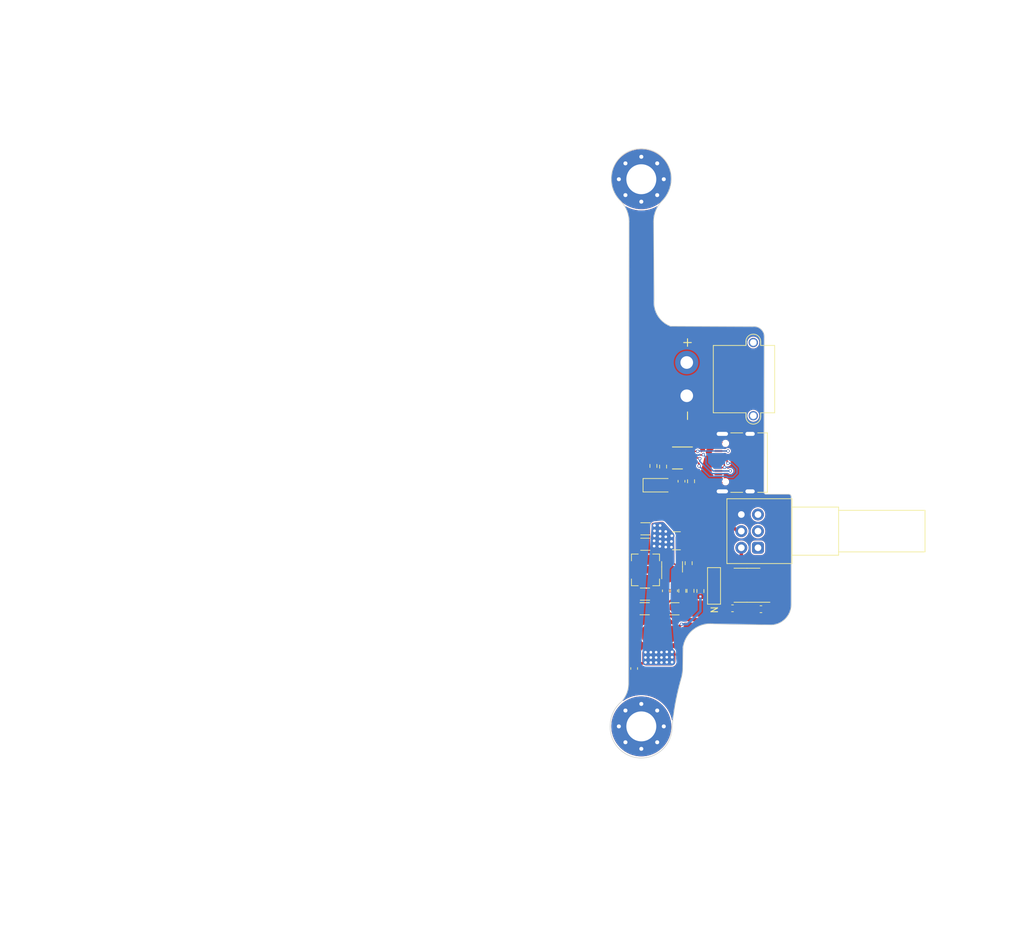
<source format=kicad_pcb>
(kicad_pcb (version 20221018) (generator pcbnew)
  (layers (0 "F.Cu" signal) (31 "B.Cu" signal) (34 "B.Paste" user) (35 "F.Paste" user) (36 "B.SilkS" user "B.Silkscreen") (37 "F.SilkS" user "F.Silkscreen") (38 "B.Mask" user) (39 "F.Mask" user) (44 "Edge.Cuts" user))
  (net 0 "")
  (net 1 "PWR_IN")
  (net 2 "GND")
  (net 3 "Net-(U1-BS)")
  (net 4 "Net-(U1-LX)")
  (net 5 "5.2V_Buck")
  (net 6 "Net-(U1-FB)")
  (net 7 "Vin")
  (net 8 "Net-(D1-A)")
  (net 9 "Net-(U2-VIN)")
  (net 10 "Net-(U2-ISET)")
  (net 11 "Net-(U2-VSET)")
  (net 12 "Net-(U1-EN)")
  (net 13 "Net-(U2-D+)")
  (net 14 "Net-(U2-D-)")
  (net 15 "Net-(J1-CC1)")
  (net 16 "Net-(J1-CC2)")
  (net 22 "Net-(U3-VIN)")
  (net 24 "fan_pwm")
  (net 26 "Net-(JP1-A)")
  (net 27 "Net-(JP1-C)")
  (net 28 "Net-(JP1-B)")
  (footprint "Resistor_SMD:R_0603_1608Metric" (layer "F.Cu") (at 181.53 120.125 90)
    (fp_text reference "R5" hide)
    (fp_text value "53.6k")
    (fp_line (start -0.237258 -0.5225) (end 0.237258 -0.5225) (stroke (width 0.12)) (layer "F.SilkS"))
    (fp_line (start -0.237258 0.5225) (end 0.237258 0.5225) (stroke (width 0.12)) (layer "F.SilkS"))
    (pad "1" smd roundrect (at -0.825 0 90) (size 0.8 0.95) (layers "F.Cu" "F.Paste" "F.Mask") (net 5 "5.2V_Buck"))
    (pad "2" smd roundrect (at 0.825 0 90) (size 0.8 0.95) (layers "F.Cu" "F.Paste" "F.Mask") (net 6 "Net-(U1-FB)"))
  )
  (footprint "MountingHole:MountingHole_4.5mm_Pad_Via" (layer "F.Cu") (at 175.375 140.5 180)
    (fp_text reference "H1" hide)
    (fp_text value "MountingHole_Pad")
    (pad "1" thru_hole circle (at -3.375 0 180) (size 0.9 0.9) (drill 0.6) (layers "*.Cu" "*.Mask"))
    (pad "1" thru_hole circle (at -2.386485 -2.386485 180) (size 0.9 0.9) (drill 0.6) (layers "*.Cu" "*.Mask"))
    (pad "1" thru_hole circle (at -2.386485 2.386485 180) (size 0.9 0.9) (drill 0.6) (layers "*.Cu" "*.Mask"))
    (pad "1" thru_hole circle (at 0 -3.375 180) (size 0.9 0.9) (drill 0.6) (layers "*.Cu" "*.Mask"))
    (pad "1" thru_hole circle (at 0 0 180) (size 9 9) (drill 4.5) (layers "*.Cu" "*.Mask"))
    (pad "1" thru_hole circle (at 0 3.375 180) (size 0.9 0.9) (drill 0.6) (layers "*.Cu" "*.Mask"))
    (pad "1" thru_hole circle (at 2.386485 -2.386485 180) (size 0.9 0.9) (drill 0.6) (layers "*.Cu" "*.Mask"))
    (pad "1" thru_hole circle (at 2.386485 2.386485 180) (size 0.9 0.9) (drill 0.6) (layers "*.Cu" "*.Mask"))
    (pad "1" thru_hole circle (at 3.375 0 180) (size 0.9 0.9) (drill 0.6) (layers "*.Cu" "*.Mask"))
  )
  (footprint "Resistor_SMD:R_0603_1608Metric" (layer "F.Cu") (at 184.25 120.15 -90)
    (fp_text reference "R7" hide)
    (fp_text value "10R")
    (fp_line (start -0.237258 -0.5225) (end 0.237258 -0.5225) (stroke (width 0.12)) (layer "F.SilkS"))
    (fp_line (start -0.237258 0.5225) (end 0.237258 0.5225) (stroke (width 0.12)) (layer "F.SilkS"))
    (pad "1" smd roundrect (at -0.825 0 270) (size 0.8 0.95) (layers "F.Cu" "F.Paste" "F.Mask") (net 27 "Net-(JP1-C)"))
    (pad "2" smd roundrect (at 0.825 0 270) (size 0.8 0.95) (layers "F.Cu" "F.Paste" "F.Mask") (net 24 "fan_pwm"))
  )
  (footprint "Connector_USB:USB_C_Receptacle_Palconn_UTC16-G" (layer "F.Cu") (at 189.475 100.85 90)
    (fp_text reference "J1" hide)
    (fp_text value "USB_C_Receptacle_USB2.0")
    (fp_line (start -4.47 -0.67) (end -4.47 1.13) (stroke (width 0.12)) (layer "F.SilkS"))
    (fp_line (start -4.47 4.84) (end -4.47 3.38) (stroke (width 0.12)) (layer "F.SilkS"))
    (fp_line (start 4.47 -0.67) (end 4.47 1.13) (stroke (width 0.12)) (layer "F.SilkS"))
    (fp_line (start 4.47 4.84) (end -4.47 4.84) (stroke (width 0.12)) (layer "F.SilkS"))
    (fp_line (start 4.47 4.84) (end 4.47 3.38) (stroke (width 0.12)) (layer "F.SilkS"))
    (pad "" np_thru_hole circle (at -2.89 -1.45 270) (size 0.6 0.6) (drill 0.6) (layers "*.Cu" "*.Mask"))
    (pad "" np_thru_hole circle (at 2.89 -1.45 270) (size 0.6 0.6) (drill 0.6) (layers "*.Cu" "*.Mask"))
    (pad "A1" smd rect (at -3.2 -2.51 90) (size 0.6 1.16) (layers "F.Cu" "F.Paste" "F.Mask") (net 2 "GND"))
    (pad "A4" smd rect (at -2.4 -2.51 90) (size 0.6 1.16) (layers "F.Cu" "F.Paste" "F.Mask") (net 8 "Net-(D1-A)"))
    (pad "A5" smd rect (at -1.25 -2.51 270) (size 0.3 1.16) (layers "F.Cu" "F.Paste" "F.Mask") (net 15 "Net-(J1-CC1)"))
    (pad "A6" smd rect (at -0.25 -2.51 270) (size 0.3 1.16) (layers "F.Cu" "F.Paste" "F.Mask") (net 13 "Net-(U2-D+)"))
    (pad "A7" smd rect (at 0.25 -2.51 270) (size 0.3 1.16) (layers "F.Cu" "F.Paste" "F.Mask") (net 14 "Net-(U2-D-)"))
    (pad "A8" smd rect (at 1.25 -2.51 270) (size 0.3 1.16) (layers "F.Cu" "F.Paste" "F.Mask"))
    (pad "A9" smd rect (at 2.4 -2.51 90) (size 0.6 1.16) (layers "F.Cu" "F.Paste" "F.Mask") (net 8 "Net-(D1-A)"))
    (pad "A12" smd rect (at 3.2 -2.51 90) (size 0.6 1.16) (layers "F.Cu" "F.Paste" "F.Mask") (net 2 "GND"))
    (pad "B1" smd rect (at 3.2 -2.51 90) (size 0.6 1.16) (layers "F.Cu" "F.Paste" "F.Mask") (net 2 "GND"))
    (pad "B4" smd rect (at 2.4 -2.51 90) (size 0.6 1.16) (layers "F.Cu" "F.Paste" "F.Mask") (net 8 "Net-(D1-A)"))
    (pad "B5" smd rect (at 1.75 -2.51 270) (size 0.3 1.16) (layers "F.Cu" "F.Paste" "F.Mask") (net 16 "Net-(J1-CC2)"))
    (pad "B6" smd rect (at 0.75 -2.51 270) (size 0.3 1.16) (layers "F.Cu" "F.Paste" "F.Mask") (net 13 "Net-(U2-D+)"))
    (pad "B7" smd rect (at -0.75 -2.51 270) (size 0.3 1.16) (layers "F.Cu" "F.Paste" "F.Mask") (net 14 "Net-(U2-D-)"))
    (pad "B8" smd rect (at -1.75 -2.51 270) (size 0.3 1.16) (layers "F.Cu" "F.Paste" "F.Mask"))
    (pad "B9" smd rect (at -2.4 -2.51 90) (size 0.6 1.16) (layers "F.Cu" "F.Paste" "F.Mask") (net 8 "Net-(D1-A)"))
    (pad "B12" smd rect (at -3.2 -2.51 90) (size 0.6 1.16) (layers "F.Cu" "F.Paste" "F.Mask") (net 2 "GND"))
    (pad "S1" thru_hole oval (at -4.32 -1.93 180) (size 2 0.9) (drill oval 1.7 0.6) (layers "*.Cu" "*.Mask") (net 2 "GND"))
    (pad "S1" thru_hole oval (at -4.32 2.24 180) (size 1.7 0.9) (drill oval 1.4 0.6) (layers "*.Cu" "*.Mask") (net 2 "GND"))
    (pad "S1" thru_hole oval (at 4.32 -1.93 180) (size 2 0.9) (drill oval 1.7 0.6) (layers "*.Cu" "*.Mask") (net 2 "GND"))
    (pad "S1" thru_hole oval (at 4.32 2.24 180) (size 1.7 0.9) (drill oval 1.4 0.6) (layers "*.Cu" "*.Mask") (net 2 "GND"))
  )
  (footprint "Resistor_SMD:R_0603_1608Metric" (layer "F.Cu") (at 182.49 115.965 90)
    (fp_text reference "R4" hide)
    (fp_text value "10k")
    (fp_line (start -0.237258 -0.5225) (end 0.237258 -0.5225) (stroke (width 0.12)) (layer "F.SilkS"))
    (fp_line (start -0.237258 0.5225) (end 0.237258 0.5225) (stroke (width 0.12)) (layer "F.SilkS"))
    (pad "1" smd roundrect (at -0.825 0 90) (size 0.8 0.95) (layers "F.Cu" "F.Paste" "F.Mask") (net 1 "PWR_IN"))
    (pad "2" smd roundrect (at 0.825 0 90) (size 0.8 0.95) (layers "F.Cu" "F.Paste" "F.Mask") (net 12 "Net-(U1-EN)"))
  )
  (footprint "Potentiometer_THT:Potentiometer_Alps_RK097_Dual_Horizontal" (layer "F.Cu") (at 192.9 113.65 180)
    (fp_text reference "RV1" hide)
    (fp_text value "R_Potentiometer_Dual")
    (fp_line (start -25.1 5.62) (end -25.1 -0.6) (stroke (width 0.12)) (layer "F.SilkS"))
    (fp_line (start -12.12 -0.62) (end -25.1 -0.62) (stroke (width 0.12)) (layer "F.SilkS"))
    (fp_line (start -12.12 5.62) (end -25.1 5.62) (stroke (width 0.12)) (layer "F.SilkS"))
    (fp_line (start -12.12 6.12) (end -12.12 -1.12) (stroke (width 0.12)) (layer "F.SilkS"))
    (fp_line (start -5.12 -1.12) (end -12.12 -1.12) (stroke (width 0.12)) (layer "F.SilkS"))
    (fp_line (start -5.12 6.12) (end -12.12 6.12) (stroke (width 0.12)) (layer "F.SilkS"))
    (fp_line (start -5.12 7.37) (end -5.12 -2.37) (stroke (width 0.12)) (layer "F.SilkS"))
    (fp_line (start 4.671 -2.37) (end -5.12 -2.37) (stroke (width 0.12)) (layer "F.SilkS"))
    (fp_line (start 4.671 7.37) (end -5.12 7.37) (stroke (width 0.12)) (layer "F.SilkS"))
    (fp_line (start 4.671 7.37) (end 4.671 -2.37) (stroke (width 0.12)) (layer "F.SilkS"))
    (fp_line (start -5 -2.7) (end -5 7.7) (stroke (width 0.1)) (layer "Edge.Cuts"))
    (pad "1" thru_hole roundrect (at 0 0) (size 1.8 1.8) (drill 1) (layers "*.Cu" "*.Mask"))
    (pad "2" thru_hole circle (at 0 2.5) (size 1.8 1.8) (drill 1) (layers "*.Cu" "*.Mask"))
    (pad "3" thru_hole circle (at 0 5) (size 1.8 1.8) (drill 1) (layers "*.Cu" "*.Mask"))
    (pad "4" thru_hole circle (at 2.5 0) (size 1.8 1.8) (drill 1) (layers "*.Cu" "*.Mask") (net 5 "5.2V_Buck"))
    (pad "5" thru_hole circle (at 2.5 2.5) (size 1.8 1.8) (drill 1) (layers "*.Cu" "*.Mask") (net 22 "Net-(U3-VIN)"))
    (pad "6" thru_hole circle (at 2.5 5) (size 1.8 1.8) (drill 1) (layers "*.Cu" "*.Mask") (net 2 "GND"))
  )
  (footprint "Capacitor_SMD:C_1206_3216Metric" (layer "F.Cu") (at 175.93 120.615 180)
    (fp_text reference "C9" hide)
    (fp_text value "~")
    (fp_line (start -0.711252 -0.91) (end 0.711252 -0.91) (stroke (width 0.12)) (layer "F.SilkS"))
    (fp_line (start -0.711252 0.91) (end 0.711252 0.91) (stroke (width 0.12)) (layer "F.SilkS"))
    (pad "1" smd roundrect (at -1.475 0 180) (size 1.15 1.8) (layers "F.Cu" "F.Paste" "F.Mask") (roundrect_rratio 0.217391) (net 5 "5.2V_Buck"))
    (pad "2" smd roundrect (at 1.475 0 180) (size 1.15 1.8) (layers "F.Cu" "F.Paste" "F.Mask") (roundrect_rratio 0.217391) (net 2 "GND"))
  )
  (footprint "Capacitor_SMD:C_1206_3216Metric" (layer "F.Cu") (at 175.88 122.815 180)
    (fp_text reference "C10" hide)
    (fp_text value "~")
    (fp_line (start -0.711252 -0.91) (end 0.711252 -0.91) (stroke (width 0.12)) (layer "F.SilkS"))
    (fp_line (start -0.711252 0.91) (end 0.711252 0.91) (stroke (width 0.12)) (layer "F.SilkS"))
    (pad "1" smd roundrect (at -1.475 0 180) (size 1.15 1.8) (layers "F.Cu" "F.Paste" "F.Mask") (roundrect_rratio 0.217391) (net 5 "5.2V_Buck"))
    (pad "2" smd roundrect (at 1.475 0 180) (size 1.15 1.8) (layers "F.Cu" "F.Paste" "F.Mask") (roundrect_rratio 0.217391) (net 2 "GND"))
  )
  (footprint "Capacitor_SMD:C_1206_3216Metric" (layer "F.Cu") (at 175.98 113.125 180)
    (fp_text reference "C4" hide)
    (fp_text value "47u")
    (fp_line (start -0.711252 -0.91) (end 0.711252 -0.91) (stroke (width 0.12)) (layer "F.SilkS"))
    (fp_line (start -0.711252 0.91) (end 0.711252 0.91) (stroke (width 0.12)) (layer "F.SilkS"))
    (pad "1" smd roundrect (at -1.475 0 180) (size 1.15 1.8) (layers "F.Cu" "F.Paste" "F.Mask") (roundrect_rratio 0.217391) (net 1 "PWR_IN"))
    (pad "2" smd roundrect (at 1.475 0 180) (size 1.15 1.8) (layers "F.Cu" "F.Paste" "F.Mask") (roundrect_rratio 0.217391) (net 2 "GND"))
  )
  (footprint "Package_SO:SOP-8_3.9x4.9mm_P1.27mm" (layer "F.Cu") (at 191.25 119.285 180)
    (fp_text reference "U3" hide)
    (fp_text value "~")
    (fp_line (start 0 -2.56) (end -3.45 -2.56) (stroke (width 0.12)) (layer "F.SilkS"))
    (fp_line (start 0 -2.56) (end 1.95 -2.56) (stroke (width 0.12)) (layer "F.SilkS"))
    (fp_line (start 0 2.56) (end -1.95 2.56) (stroke (width 0.12)) (layer "F.SilkS"))
    (fp_line (start 0 2.56) (end 1.95 2.56) (stroke (width 0.12)) (layer "F.SilkS"))
    (pad "1" smd roundrect (at -2.625 -1.905 180) (size 1.65 0.6) (layers "F.Cu" "F.Paste" "F.Mask"))
    (pad "2" smd roundrect (at -2.625 -0.635 180) (size 1.65 0.6) (layers "F.Cu" "F.Paste" "F.Mask"))
    (pad "3" smd roundrect (at -2.625 0.635 180) (size 1.65 0.6) (layers "F.Cu" "F.Paste" "F.Mask") (net 22 "Net-(U3-VIN)"))
    (pad "4" smd roundrect (at -2.625 1.905 180) (size 1.65 0.6) (layers "F.Cu" "F.Paste" "F.Mask"))
    (pad "5" smd roundrect (at 2.625 1.905 180) (size 1.65 0.6) (layers "F.Cu" "F.Paste" "F.Mask") (net 2 "GND"))
    (pad "6" smd roundrect (at 2.625 0.635 180) (size 1.65 0.6) (layers "F.Cu" "F.Paste" "F.Mask") (net 26 "Net-(JP1-A)"))
    (pad "7" smd roundrect (at 2.625 -0.635 180) (size 1.65 0.6) (layers "F.Cu" "F.Paste" "F.Mask") (net 28 "Net-(JP1-B)"))
    (pad "8" smd roundrect (at 2.625 -1.905 180) (size 1.65 0.6) (layers "F.Cu" "F.Paste" "F.Mask") (net 5 "5.2V_Buck"))
  )
  (footprint "0_fan:pad" (layer "F.Cu") (at 178 130)
    (fp_text reference "H3" hide)
    (fp_text value "MountingHole_Pad")
    (pad "1" smd roundrect (at 0 0.1) (size 5 2.5) (layers "F.Cu" "F.Paste" "F.Mask") (net 1 "PWR_IN"))
  )
  (footprint "Fuse:Fuse_1210_3225Metric" (layer "F.Cu") (at 180.65 112.6 180)
    (fp_text reference "F1" hide)
    (fp_text value "Fuse")
    (fp_line (start -0.602064 -1.36) (end 0.602064 -1.36) (stroke (width 0.12)) (layer "F.SilkS"))
    (fp_line (start -0.602064 1.36) (end 0.602064 1.36) (stroke (width 0.12)) (layer "F.SilkS"))
    (pad "1" smd roundrect (at -1.4 0 180) (size 1.25 2.65) (layers "F.Cu" "F.Paste" "F.Mask") (roundrect_rratio 0.2) (net 7 "Vin"))
    (pad "2" smd roundrect (at 1.4 0 180) (size 1.25 2.65) (layers "F.Cu" "F.Paste" "F.Mask") (roundrect_rratio 0.2) (net 1 "PWR_IN"))
  )
  (footprint "Resistor_SMD:R_0603_1608Metric" (layer "F.Cu") (at 177.19 101.35 -90)
    (fp_text reference "R3" hide)
    (fp_text value "10k")
    (fp_line (start -0.237258 -0.5225) (end 0.237258 -0.5225) (stroke (width 0.12)) (layer "F.SilkS"))
    (fp_line (start -0.237258 0.5225) (end 0.237258 0.5225) (stroke (width 0.12)) (layer "F.SilkS"))
    (pad "1" smd roundrect (at -0.825 0 270) (size 0.8 0.95) (layers "F.Cu" "F.Paste" "F.Mask") (net 11 "Net-(U2-VSET)"))
    (pad "2" smd roundrect (at 0.825 0 270) (size 0.8 0.95) (layers "F.Cu" "F.Paste" "F.Mask") (net 2 "GND"))
  )
  (footprint "Resistor_SMD:R_0603_1608Metric" (layer "F.Cu") (at 178.65 101.45 -90)
    (fp_text reference "R2" hide)
    (fp_text value "10.5")
    (fp_line (start -0.237258 -0.5225) (end 0.237258 -0.5225) (stroke (width 0.12)) (layer "F.SilkS"))
    (fp_line (start -0.237258 0.5225) (end 0.237258 0.5225) (stroke (width 0.12)) (layer "F.SilkS"))
    (pad "1" smd roundrect (at -0.825 0 270) (size 0.8 0.95) (layers "F.Cu" "F.Paste" "F.Mask") (net 10 "Net-(U2-ISET)"))
    (pad "2" smd roundrect (at 0.825 0 270) (size 0.8 0.95) (layers "F.Cu" "F.Paste" "F.Mask") (net 2 "GND"))
  )
  (footprint "Capacitor_SMD:C_0603_1608Metric" (layer "F.Cu") (at 193.35 122.885 180)
    (fp_text reference "C8" hide)
    (fp_text value "~")
    (fp_line (start -0.14058 -0.51) (end 0.14058 -0.51) (stroke (width 0.12)) (layer "F.SilkS"))
    (fp_line (start -0.14058 0.51) (end 0.14058 0.51) (stroke (width 0.12)) (layer "F.SilkS"))
    (pad "1" smd roundrect (at -0.775 0 180) (size 0.9 0.95) (layers "F.Cu" "F.Paste" "F.Mask") (net 22 "Net-(U3-VIN)"))
    (pad "2" smd roundrect (at 0.775 0 180) (size 0.9 0.95) (layers "F.Cu" "F.Paste" "F.Mask") (net 2 "GND"))
  )
  (footprint "Inductor_SMD:L_Bourns-SRN4018" (layer "F.Cu") (at 176 116.975 -90)
    (fp_text reference "L1" hide)
    (fp_text value "L")
    (fp_line (start -2.385 -2.11) (end -2.385 -1.085) (stroke (width 0.12)) (layer "F.SilkS"))
    (fp_line (start -2.385 -2.11) (end -1.36 -2.11) (stroke (width 0.12)) (layer "F.SilkS"))
    (fp_line (start -2.385 2.11) (end -2.385 1.085) (stroke (width 0.12)) (layer "F.SilkS"))
    (fp_line (start -2.385 2.11) (end -1.36 2.11) (stroke (width 0.12)) (layer "F.SilkS"))
    (fp_line (start 2.385 -2.11) (end 1.36 -2.11) (stroke (width 0.12)) (layer "F.SilkS"))
    (fp_line (start 2.385 -2.11) (end 2.385 -1.085) (stroke (width 0.12)) (layer "F.SilkS"))
    (fp_line (start 2.385 2.11) (end 1.36 2.11) (stroke (width 0.12)) (layer "F.SilkS"))
    (fp_line (start 2.385 2.11) (end 2.385 1.085) (stroke (width 0.12)) (layer "F.SilkS"))
    (pad "1" smd rect (at -1.525 0 270) (size 1.5 3.6) (layers "F.Cu" "F.Paste" "F.Mask") (net 4 "Net-(U1-LX)"))
    (pad "2" smd rect (at 1.525 0 270) (size 1.5 3.6) (layers "F.Cu" "F.Paste" "F.Mask") (net 5 "5.2V_Buck"))
  )
  (footprint "MountingHole:MountingHole_4.5mm_Pad_Via" (layer "F.Cu") (at 175.375 58.25 180)
    (fp_text reference "H6" hide)
    (fp_text value "MountingHole_Pad")
    (pad "1" thru_hole circle (at -3.375 0 180) (size 0.9 0.9) (drill 0.6) (layers "*.Cu" "*.Mask"))
    (pad "1" thru_hole circle (at -2.386485 -2.386485 180) (size 0.9 0.9) (drill 0.6) (layers "*.Cu" "*.Mask"))
    (pad "1" thru_hole circle (at -2.386485 2.386485 180) (size 0.9 0.9) (drill 0.6) (layers "*.Cu" "*.Mask"))
    (pad "1" thru_hole circle (at 0 -3.375 180) (size 0.9 0.9) (drill 0.6) (layers "*.Cu" "*.Mask"))
    (pad "1" thru_hole circle (at 0 0 180) (size 9 9) (drill 4.5) (layers "*.Cu" "*.Mask"))
    (pad "1" thru_hole circle (at 0 3.375 180) (size 0.9 0.9) (drill 0.6) (layers "*.Cu" "*.Mask"))
    (pad "1" thru_hole circle (at 2.386485 -2.386485 180) (size 0.9 0.9) (drill 0.6) (layers "*.Cu" "*.Mask"))
    (pad "1" thru_hole circle (at 2.386485 2.386485 180) (size 0.9 0.9) (drill 0.6) (layers "*.Cu" "*.Mask"))
    (pad "1" thru_hole circle (at 3.375 0 180) (size 0.9 0.9) (drill 0.6) (layers "*.Cu" "*.Mask"))
  )
  (footprint "Capacitor_SMD:C_0603_1608Metric" (layer "F.Cu") (at 181.41 103.65 -90)
    (fp_text reference "C1" hide)
    (fp_text value "C_Small")
    (fp_line (start -0.14058 -0.51) (end 0.14058 -0.51) (stroke (width 0.12)) (layer "F.SilkS"))
    (fp_line (start -0.14058 0.51) (end 0.14058 0.51) (stroke (width 0.12)) (layer "F.SilkS"))
    (pad "1" smd roundrect (at -0.775 0 270) (size 0.9 0.95) (layers "F.Cu" "F.Paste" "F.Mask") (net 9 "Net-(U2-VIN)"))
    (pad "2" smd roundrect (at 0.775 0 270) (size 0.9 0.95) (layers "F.Cu" "F.Paste" "F.Mask") (net 2 "GND"))
  )
  (footprint "Capacitor_SMD:C_0603_1608Metric" (layer "F.Cu") (at 180.29 120.115 90)
    (fp_text reference "C6" hide)
    (fp_text value "20p")
    (fp_line (start -0.14058 -0.51) (end 0.14058 -0.51) (stroke (width 0.12)) (layer "F.SilkS"))
    (fp_line (start -0.14058 0.51) (end 0.14058 0.51) (stroke (width 0.12)) (layer "F.SilkS"))
    (pad "1" smd roundrect (at -0.775 0 90) (size 0.9 0.95) (layers "F.Cu" "F.Paste" "F.Mask") (net 5 "5.2V_Buck"))
    (pad "2" smd roundrect (at 0.775 0 90) (size 0.9 0.95) (layers "F.Cu" "F.Paste" "F.Mask") (net 6 "Net-(U1-FB)"))
  )
  (footprint "Connector_AMASS:AMASS_XT30PW-M_1x02_P2.50mm_Horizontal" (layer "F.Cu") (at 182.2 90.8 -90)
    (fp_text reference "J2" hide)
    (fp_text value "Conn_01x02")
    (fp_text user "+" (at -8 0 90) (layer "F.SilkS") (effects (font (size 1.5 1.5))))
    (fp_text user "-" (at 3 0 90) (layer "F.SilkS") (effects (font (size 1.5 1.5))))
    (fp_line (start -8.15 -11.11) (end -7.56 -11.11) (stroke (width 0.12)) (layer "F.SilkS"))
    (fp_line (start -8.15 -8.89) (end -7.56 -8.89) (stroke (width 0.12)) (layer "F.SilkS"))
    (fp_line (start -7.56 -13.21) (end -7.56 -11.11) (stroke (width 0.12)) (layer "F.SilkS"))
    (fp_line (start -7.56 -13.21) (end 2.56 -13.21) (stroke (width 0.12)) (layer "F.SilkS"))
    (fp_line (start -7.56 -8.89) (end -7.56 -3.99) (stroke (width 0.12)) (layer "F.SilkS"))
    (fp_line (start -7.56 -3.99) (end 2.56 -3.99) (stroke (width 0.12)) (layer "F.SilkS"))
    (fp_line (start 2.56 -13.21) (end 2.56 -11.11) (stroke (width 0.12)) (layer "F.SilkS"))
    (fp_line (start 2.56 -11.11) (end 3.15 -11.11) (stroke (width 0.12)) (layer "F.SilkS"))
    (fp_line (start 2.56 -8.89) (end 2.56 -3.99) (stroke (width 0.12)) (layer "F.SilkS"))
    (fp_line (start 2.56 -8.89) (end 3.15 -8.89) (stroke (width 0.12)) (layer "F.SilkS"))
    (fp_arc (start -8.15 -8.89) (mid -9.26 -10) (end -8.15 -11.11) (stroke (width 0.12)) (layer "F.SilkS"))
    (fp_arc (start 3.15 -11.11) (mid 4.26 -10) (end 3.15 -8.89) (stroke (width 0.12)) (layer "F.SilkS"))
    (pad "" thru_hole circle (at -8 -10 270) (size 1.4 1.4) (drill 1) (layers "*.Cu" "*.Mask"))
    (pad "" thru_hole circle (at 3 -10 270) (size 1.4 1.4) (drill 1) (layers "*.Cu" "*.Mask"))
    (pad "1" thru_hole rect (at 0 0 270) (size 3.5 3.5) (drill 1.9) (layers "*.Cu" "*.Mask") (net 2 "GND"))
    (pad "2" thru_hole circle (at -5 0 270) (size 3.5 3.5) (drill 1.9) (layers "*.Cu" "*.Mask") (net 7 "Vin"))
  )
  (footprint "Capacitor_SMD:C_1206_3216Metric" (layer "F.Cu") (at 180.35 122.825)
    (fp_text reference "C11" hide)
    (fp_text value "~")
    (fp_line (start -0.711252 -0.91) (end 0.711252 -0.91) (stroke (width 0.12)) (layer "F.SilkS"))
    (fp_line (start -0.711252 0.91) (end 0.711252 0.91) (stroke (width 0.12)) (layer "F.SilkS"))
    (pad "1" smd roundrect (at -1.475 0) (size 1.15 1.8) (layers "F.Cu" "F.Paste" "F.Mask") (roundrect_rratio 0.217391) (net 5 "5.2V_Buck"))
    (pad "2" smd roundrect (at 1.475 0) (size 1.15 1.8) (layers "F.Cu" "F.Paste" "F.Mask") (roundrect_rratio 0.217391) (net 2 "GND"))
  )
  (footprint "Resistor_SMD:R_0603_1608Metric" (layer "F.Cu") (at 182.76 120.125 -90)
    (fp_text reference "R6" hide)
    (fp_text value "10k")
    (fp_line (start -0.237258 -0.5225) (end 0.237258 -0.5225) (stroke (width 0.12)) (layer "F.SilkS"))
    (fp_line (start -0.237258 0.5225) (end 0.237258 0.5225) (stroke (width 0.12)) (layer "F.SilkS"))
    (pad "1" smd roundrect (at -0.825 0 270) (size 0.8 0.95) (layers "F.Cu" "F.Paste" "F.Mask") (net 6 "Net-(U1-FB)"))
    (pad "2" smd roundrect (at 0.825 0 270) (size 0.8 0.95) (layers "F.Cu" "F.Paste" "F.Mask") (net 2 "GND"))
  )
  (footprint "Resistor_SMD:R_0603_1608Metric" (layer "F.Cu") (at 182.85 103.65 90)
    (fp_text reference "R1" hide)
    (fp_text value "10R")
    (fp_line (start -0.237258 -0.5225) (end 0.237258 -0.5225) (stroke (width 0.12)) (layer "F.SilkS"))
    (fp_line (start -0.237258 0.5225) (end 0.237258 0.5225) (stroke (width 0.12)) (layer "F.SilkS"))
    (pad "1" smd roundrect (at -0.825 0 90) (size 0.8 0.95) (layers "F.Cu" "F.Paste" "F.Mask") (net 8 "Net-(D1-A)"))
    (pad "2" smd roundrect (at 0.825 0 90) (size 0.8 0.95) (layers "F.Cu" "F.Paste" "F.Mask") (net 9 "Net-(U2-VIN)"))
  )
  (footprint "Capacitor_SMD:C_0603_1608Metric" (layer "F.Cu") (at 189.075 122.75)
    (fp_text reference "C2" hide)
    (fp_text value "~")
    (fp_line (start -0.14058 -0.51) (end 0.14058 -0.51) (stroke (width 0.12)) (layer "F.SilkS"))
    (fp_line (start -0.14058 0.51) (end 0.14058 0.51) (stroke (width 0.12)) (layer "F.SilkS"))
    (pad "1" smd roundrect (at -0.775 0) (size 0.9 0.95) (layers "F.Cu" "F.Paste" "F.Mask") (net 5 "5.2V_Buck"))
    (pad "2" smd roundrect (at 0.775 0) (size 0.9 0.95) (layers "F.Cu" "F.Paste" "F.Mask") (net 2 "GND"))
  )
  (footprint "0_fan:pad" (layer "F.Cu") (at 178 126.5)
    (fp_text reference "H2" hide)
    (fp_text value "MountingHole_Pad")
    (pad "1" smd roundrect (at 0 0.1) (size 5 2.5) (layers "F.Cu" "F.Paste" "F.Mask") (net 24 "fan_pwm"))
  )
  (footprint "Package_TO_SOT_SMD:SOT-23-6" (layer "F.Cu") (at 180 116.515 90)
    (fp_text reference "U1" hide)
    (fp_text value "SY8301")
    (fp_line (start 0 -1.56) (end -1.8 -1.56) (stroke (width 0.12)) (layer "F.SilkS"))
    (fp_line (start 0 -1.56) (end 0.8 -1.56) (stroke (width 0.12)) (layer "F.SilkS"))
    (fp_line (start 0 1.56) (end -0.8 1.56) (stroke (width 0.12)) (layer "F.SilkS"))
    (fp_line (start 0 1.56) (end 0.8 1.56) (stroke (width 0.12)) (layer "F.SilkS"))
    (pad "1" smd roundrect (at -1.1375 -0.95 90) (size 1.325 0.6) (layers "F.Cu" "F.Paste" "F.Mask") (net 3 "Net-(U1-BS)"))
    (pad "2" smd roundrect (at -1.1375 0 90) (size 1.325 0.6) (layers "F.Cu" "F.Paste" "F.Mask") (net 2 "GND"))
    (pad "3" smd roundrect (at -1.1375 0.95 90) (size 1.325 0.6) (layers "F.Cu" "F.Paste" "F.Mask") (net 6 "Net-(U1-FB)"))
    (pad "4" smd roundrect (at 1.1375 0.95 90) (size 1.325 0.6) (layers "F.Cu" "F.Paste" "F.Mask") (net 12 "Net-(U1-EN)"))
    (pad "5" smd roundrect (at 1.1375 0 90) (size 1.325 0.6) (layers "F.Cu" "F.Paste" "F.Mask") (net 1 "PWR_IN"))
    (pad "6" smd roundrect (at 1.1375 -0.95 90) (size 1.325 0.6) (layers "F.Cu" "F.Paste" "F.Mask") (net 4 "Net-(U1-LX)"))
  )
  (footprint "Capacitor_SMD:C_0603_1608Metric" (layer "F.Cu") (at 174.3 131.8 -90)
    (fp_text reference "C7" hide)
    (fp_text value "~")
    (fp_line (start -0.14058 -0.51) (end 0.14058 -0.51) (stroke (width 0.12)) (layer "F.SilkS"))
    (fp_line (start -0.14058 0.51) (end 0.14058 0.51) (stroke (width 0.12)) (layer "F.SilkS"))
    (pad "1" smd roundrect (at -0.775 0 270) (size 0.9 0.95) (layers "F.Cu" "F.Paste" "F.Mask") (net 1 "PWR_IN"))
    (pad "2" smd roundrect (at 0.775 0 270) (size 0.9 0.95) (layers "F.Cu" "F.Paste" "F.Mask") (net 2 "GND"))
  )
  (footprint "Capacitor_SMD:C_0603_1608Metric" (layer "F.Cu") (at 179.06 120.125 -90)
    (fp_text reference "C5" hide)
    (fp_text value "100n")
    (fp_line (start -0.14058 -0.51) (end 0.14058 -0.51) (stroke (width 0.12)) (layer "F.SilkS"))
    (fp_line (start -0.14058 0.51) (end 0.14058 0.51) (stroke (width 0.12)) (layer "F.SilkS"))
    (pad "1" smd roundrect (at -0.775 0 270) (size 0.9 0.95) (layers "F.Cu" "F.Paste" "F.Mask") (net 3 "Net-(U1-BS)"))
    (pad "2" smd roundrect (at 0.775 0 270) (size 0.9 0.95) (layers "F.Cu" "F.Paste" "F.Mask") (net 4 "Net-(U1-LX)"))
  )
  (footprint "Diode_SMD:D_SMF" (layer "F.Cu") (at 178 104.25)
    (fp_text reference "D1" hide)
    (fp_text value "D_Schottky")
    (fp_line (start -2.36 -1.01) (end -2.36 1.01) (stroke (width 0.12)) (layer "F.SilkS"))
    (fp_line (start -2.36 -1.01) (end 1.4 -1.01) (stroke (width 0.12)) (layer "F.SilkS"))
    (fp_line (start -2.36 1.01) (end 1.4 1.01) (stroke (width 0.12)) (layer "F.SilkS"))
    (pad "1" smd roundrect (at -1.45 0) (size 1.3 1.4) (layers "F.Cu" "F.Paste" "F.Mask") (roundrect_rratio 0.1923076923) (net 7 "Vin"))
    (pad "2" smd roundrect (at 1.45 0) (size 1.3 1.4) (layers "F.Cu" "F.Paste" "F.Mask") (roundrect_rratio 0.1923076923) (net 8 "Net-(D1-A)"))
  )
  (footprint "Package_DFN_QFN:DFN-10-1EP_3x3mm_P0.5mm_EP1.55x2.48mm" (layer "F.Cu") (at 181.55 100.15 180)
    (fp_text reference "U2" hide)
    (fp_text value "~")
    (fp_line (start -1.5 1.65) (end 1.5 1.65) (stroke (width 0.15)) (layer "F.SilkS"))
    (fp_line (start 0 -1.65) (end 1.5 -1.65) (stroke (width 0.15)) (layer "F.SilkS"))
    (pad "1" smd rect (at -1.55 -1 180) (size 0.65 0.3) (layers "F.Cu" "F.Paste" "F.Mask") (net 9 "Net-(U2-VIN)"))
    (pad "2" smd rect (at -1.55 -0.5 180) (size 0.65 0.3) (layers "F.Cu" "F.Paste" "F.Mask") (net 13 "Net-(U2-D+)"))
    (pad "3" smd rect (at -1.55 0 180) (size 0.65 0.3) (layers "F.Cu" "F.Paste" "F.Mask") (net 14 "Net-(U2-D-)"))
    (pad "4" smd rect (at -1.55 0.5 180) (size 0.65 0.3) (layers "F.Cu" "F.Paste" "F.Mask") (net 15 "Net-(J1-CC1)"))
    (pad "5" smd rect (at -1.55 1 180) (size 0.65 0.3) (layers "F.Cu" "F.Paste" "F.Mask") (net 16 "Net-(J1-CC2)"))
    (pad "6" smd rect (at 1.55 1 180) (size 0.65 0.3) (layers "F.Cu" "F.Paste" "F.Mask"))
    (pad "7" smd rect (at 1.55 0.5 180) (size 0.65 0.3) (layers "F.Cu" "F.Paste" "F.Mask"))
    (pad "8" smd rect (at 1.55 0 180) (size 0.65 0.3) (layers "F.Cu" "F.Paste" "F.Mask") (net 11 "Net-(U2-VSET)"))
    (pad "9" smd rect (at 1.55 -0.5 180) (size 0.65 0.3) (layers "F.Cu" "F.Paste" "F.Mask") (net 10 "Net-(U2-ISET)"))
    (pad "10" smd rect (at 1.55 -1 180) (size 0.65 0.3) (layers "F.Cu" "F.Paste" "F.Mask"))
    (pad "11" smd rect (at 0 0 180) (size 1.55 2.48) (layers "F.Cu" "F.Mask") (net 2 "GND"))
  )
  (footprint "Jumper:SolderJumper-3_P2.0mm_Open_TrianglePad1.0x1.5mm_NumberLabels" (layer "F.Cu") (at 186.275 119.38 -90)
    (fp_text reference "JP1" hide)
    (fp_text value "SolderJumper_3_Open")
    (fp_text user "N" (at 3.6 -0.1 90) (layer "F.SilkS"))
    (fp_line (start -2.75 -1) (end 2.75 -1) (stroke (width 0.12)) (layer "F.SilkS"))
    (fp_line (start -2.75 0.95) (end -2.75 -1) (stroke (width 0.12)) (layer "F.SilkS"))
    (fp_line (start 2.75 -1) (end 2.75 0.95) (stroke (width 0.12)) (layer "F.SilkS"))
    (fp_line (start 2.75 0.95) (end -2.75 0.95) (stroke (width 0.12)) (layer "F.SilkS"))
    (pad "1" smd custom (at -2 0 270) (size 0.3 0.3) (layers "F.Cu" "F.Mask") (net 26 "Net-(JP1-A)") (options (clearance outline) (anchor rect)) (primitives (gr_poly (pts (xy 1 0) (xy 0.5 0.75) (xy -0.5 0.75) (xy -0.5 -0.75) (xy 0.5 -0.75)) (width 0) (fill yes))))
    (pad "2" smd custom (at 0 0 270) (size 0.3 0.3) (layers "F.Cu") (net 27 "Net-(JP1-C)") (options (clearance outline) (anchor rect)) (primitives (gr_poly (pts (xy 0.7 0) (xy 1.2 0.75) (xy -1.2 0.75) (xy -0.7 0) (xy -1.2 -0.75) (xy 1.2 -0.75)) (width 0) (fill yes))))
    (pad "3" smd custom (at 2 0 90) (size 0.3 0.3) (layers "F.Cu" "F.Mask") (net 28 "Net-(JP1-B)") (options (clearance outline) (anchor rect)) (primitives (gr_poly (pts (xy 1 0) (xy 0.5 0.75) (xy -0.5 0.75) (xy -0.5 -0.75) (xy 0.5 -0.75)) (width 0) (fill yes))))
  )
  (footprint "Capacitor_SMD:C_1206_3216Metric" (layer "F.Cu") (at 176 110.8 180)
    (fp_text reference "C3" hide)
    (fp_text value "47u")
    (fp_line (start -0.711252 -0.91) (end 0.711252 -0.91) (stroke (width 0.12)) (layer "F.SilkS"))
    (fp_line (start -0.711252 0.91) (end 0.711252 0.91) (stroke (width 0.12)) (layer "F.SilkS"))
    (pad "1" smd roundrect (at -1.475 0 180) (size 1.15 1.8) (layers "F.Cu" "F.Paste" "F.Mask") (roundrect_rratio 0.217391) (net 1 "PWR_IN"))
    (pad "2" smd roundrect (at 1.475 0 180) (size 1.15 1.8) (layers "F.Cu" "F.Paste" "F.Mask") (roundrect_rratio 0.217391) (net 2 "GND"))
  )
  (footprint "0_fan:pad" (layer "F.Cu") (at 178 133.5)
    (fp_text reference "H4" hide)
    (fp_text value "MountingHole_Pad")
    (pad "1" smd roundrect (at 0 0.1) (size 5 2.5) (layers "F.Cu" "F.Paste" "F.Mask") (net 2 "GND"))
  )
  (gr_arc (start 181.65 128.6) (mid 183.255199 125.906937) (end 186.28579 125.103959) (stroke (width 0.1)) (layer "Edge.Cuts"))
  (gr_arc (start 172.209523 61.46802) (mid 171.222075 60.006917) (end 170.875 58.277925) (stroke (width 0.1)) (layer "Edge.Cuts"))
  (gr_line (start 177.222458 64.650001) (end 177.3 76.45) (stroke (width 0.1)) (layer "Edge.Cuts"))
  (gr_arc (start 172.209523 61.46802) (mid 173.185 62.927926) (end 173.527542 64.650001) (stroke (width 0.1)) (layer "Edge.Cuts"))
  (gr_arc (start 192.15 80.4) (mid 193.352462 80.788428) (end 193.85 81.95) (stroke (width 0.1)) (layer "Edge.Cuts"))
  (gr_arc (start 197.9 122.2) (mid 197.011625 124.326598) (end 194.9 125.25) (stroke (width 0.1)) (layer "Edge.Cuts"))
  (gr_line (start 197.5 105.6) (end 194.15 105.6) (stroke (width 0.1)) (layer "Edge.Cuts"))
  (gr_arc (start 170.875 58.277925) (mid 175.375 53.649999) (end 179.875 58.277925) (stroke (width 0.1)) (layer "Edge.Cuts"))
  (gr_line (start 192.15 80.4) (end 179.8 80.35) (stroke (width 0.1)) (layer "Edge.Cuts"))
  (gr_arc (start 179.875 58.277925) (mid 179.501134 59.99571) (end 178.540477 61.46802) (stroke (width 0.1)) (layer "Edge.Cuts"))
  (gr_arc (start 194.15 105.6) (mid 193.913773 105.521432) (end 193.8 105.3) (stroke (width 0.1)) (layer "Edge.Cuts"))
  (gr_arc (start 173.452542 134.077924) (mid 173.139373 135.611728) (end 172.25 136.9) (stroke (width 0.1)) (layer "Edge.Cuts"))
  (gr_arc (start 180.000001 140.6) (mid 175.273764 145.251634) (end 170.7 140.45) (stroke (width 0.1)) (layer "Edge.Cuts"))
  (gr_line (start 173.527542 64.650001) (end 173.452542 134.077924) (stroke (width 0.1)) (layer "Edge.Cuts"))
  (gr_arc (start 180.000001 140.6) (mid 180.521938 136.883488) (end 181.387446 133.231668) (stroke (width 0.1)) (layer "Edge.Cuts"))
  (gr_arc (start 181.6 131.6) (mid 181.553874 132.42367) (end 181.387446 133.231668) (stroke (width 0.1)) (layer "Edge.Cuts"))
  (gr_arc (start 170.7 140.45) (mid 171.104393 138.513186) (end 172.25 136.9) (stroke (width 0.1)) (layer "Edge.Cuts"))
  (gr_line (start 193.8 105.3) (end 193.85 81.95) (stroke (width 0.1)) (layer "Edge.Cuts"))
  (gr_arc (start 179.8 80.35) (mid 177.888486 78.824057) (end 177.3 76.45) (stroke (width 0.1)) (layer "Edge.Cuts"))
  (gr_line (start 186.28579 125.103959) (end 194.9 125.25) (stroke (width 0.1)) (layer "Edge.Cuts"))
  (gr_line (start 197.9 122.2) (end 197.9 116.35) (stroke (width 0.1)) (layer "Edge.Cuts"))
  (gr_line (start 181.6 131.6) (end 181.65 128.6) (stroke (width 0.1)) (layer "Edge.Cuts"))
  (gr_arc (start 197.5 105.6) (mid 197.774373 105.690002) (end 197.9 105.95) (stroke (width 0.1)) (layer "Edge.Cuts"))
  (gr_arc (start 177.222458 64.650001) (mid 177.565 62.927925) (end 178.540477 61.46802) (stroke (width 0.1)) (layer "Edge.Cuts"))
  (segment (start 174.3 131.025) (end 175.875 131.025) (width 0.381) (layer "F.Cu") (net 1))
  (segment (start 180.959741 116.6884) (end 182.3884 116.6884) (width 0.2032) (layer "F.Cu") (net 1))
  (segment (start 175.875 131.025) (end 176 130.9) (width 0.381) (layer "F.Cu") (net 1))
  (segment (start 182.3884 116.6884) (end 182.49 116.79) (width 0.2032) (layer "F.Cu") (net 1))
  (segment (start 180 115.3775) (end 180 115.728659) (width 0.2032) (layer "F.Cu") (net 1))
  (segment (start 180 115.728659) (end 180.959741 116.6884) (width 0.2032) (layer "F.Cu") (net 1))
  (via (at 179.05 112) (size 0.8) (drill 0.4) (layers "F.Cu" "B.Cu") (net 1))
  (via (at 177.6 129.35) (size 0.8) (drill 0.4) (layers "F.Cu" "B.Cu") (net 1))
  (via (at 176.8 129.35) (size 0.8) (drill 0.4) (layers "F.Cu" "B.Cu") (net 1))
  (via (at 178.4 130.15) (size 0.8) (drill 0.4) (layers "F.Cu" "B.Cu") (net 1))
  (via (at 177.3 112.6) (size 0.8) (drill 0.4) (layers "F.Cu" "B.Cu") (net 1))
  (via (at 177.35 111.1) (size 0.8) (drill 0.4) (layers "F.Cu" "B.Cu") (net 1))
  (via (at 177.6 130.15) (size 0.8) (drill 0.4) (layers "F.Cu" "B.Cu") (net 1))
  (via (at 179.05 113.55) (size 0.8) (drill 0.4) (layers "F.Cu" "B.Cu") (net 1))
  (via (at 179.9 113.55) (size 0.8) (drill 0.4) (layers "F.Cu" "B.Cu") (net 1))
  (via (at 176.8 130.9) (size 0.8) (drill 0.4) (layers "F.Cu" "B.Cu") (net 1))
  (via (at 176.8 130.15) (size 0.8) (drill 0.4) (layers "F.Cu" "B.Cu") (net 1))
  (via (at 178.4 129.35) (size 0.8) (drill 0.4) (layers "F.Cu" "B.Cu") (net 1))
  (via (at 180 129.3) (size 0.8) (drill 0.4) (layers "F.Cu" "B.Cu") (net 1))
  (via (at 178.2 110.3) (size 0.8) (drill 0.4) (layers "F.Cu" "B.Cu") (net 1))
  (via (at 176 130.15) (size 0.8) (drill 0.4) (layers "F.Cu" "B.Cu") (net 1))
  (via (at 179.2 130.85) (size 0.8) (drill 0.4) (layers "F.Cu" "B.Cu") (net 1))
  (via (at 177.6 130.9) (size 0.8) (drill 0.4) (layers "F.Cu" "B.Cu") (net 1))
  (via (at 179.9 112.7) (size 0.8) (drill 0.4) (layers "F.Cu" "B.Cu") (net 1))
  (via (at 180 130.85) (size 0.8) (drill 0.4) (layers "F.Cu" "B.Cu") (net 1))
  (via (at 179.95 111.85) (size 0.8) (drill 0.4) (layers "F.Cu" "B.Cu") (net 1))
  (via (at 178.4 130.9) (size 0.8) (drill 0.4) (layers "F.Cu" "B.Cu") (net 1))
  (via (at 179.2 130.1) (size 0.8) (drill 0.4) (layers "F.Cu" "B.Cu") (net 1))
  (via (at 177.35 111.85) (size 0.8) (drill 0.4) (layers "F.Cu" "B.Cu") (net 1))
  (via (at 179.05 111.2) (size 0.8) (drill 0.4) (layers "F.Cu" "B.Cu") (net 1))
  (via (at 180 130.1) (size 0.8) (drill 0.4) (layers "F.Cu" "B.Cu") (net 1))
  (via (at 177.35 110.3) (size 0.8) (drill 0.4) (layers "F.Cu" "B.Cu") (net 1))
  (via (at 178.2 111.95) (size 0.8) (drill 0.4) (layers "F.Cu" "B.Cu") (net 1))
  (via (at 179.2 129.3) (size 0.8) (drill 0.4) (layers "F.Cu" "B.Cu") (net 1))
  (via (at 177.3 113.4) (size 0.8) (drill 0.4) (layers "F.Cu" "B.Cu") (net 1))
  (via (at 179.05 112.8) (size 0.8) (drill 0.4) (layers "F.Cu" "B.Cu") (net 1))
  (via (at 178.2 112.7) (size 0.8) (drill 0.4) (layers "F.Cu" "B.Cu") (net 1))
  (via (at 176 129.35) (size 0.8) (drill 0.4) (layers "F.Cu" "B.Cu") (net 1))
  (via (at 178.15 113.45) (size 0.8) (drill 0.4) (layers "F.Cu" "B.Cu") (net 1))
  (via (at 178.2 111.15) (size 0.8) (drill 0.4) (layers "F.Cu" "B.Cu") (net 1))
  (via (at 176 130.9) (size 0.8) (drill 0.4) (layers "F.Cu" "B.Cu") (net 1))
  (segment (start 179.06 117.6625) (end 179.05 117.6525) (width 0.254) (layer "F.Cu") (net 3))
  (segment (start 179.06 119.35) (end 179.06 117.6625) (width 0.254) (layer "F.Cu") (net 3))
  (segment (start 178.2834 117.7334) (end 176 115.45) (width 0.2032) (layer "F.Cu") (net 4))
  (segment (start 178.2834 120.1234) (end 178.2834 117.7334) (width 0.2032) (layer "F.Cu") (net 4))
  (segment (start 179.06 120.9) (end 178.2834 120.1234) (width 0.2032) (layer "F.Cu") (net 4))
  (segment (start 181.47 120.89) (end 181.53 120.95) (width 0.254) (layer "F.Cu") (net 5))
  (segment (start 190.4 113.65) (end 190.4 120.5) (width 0.508) (layer "F.Cu") (net 5))
  (segment (start 188.3 121.515) (end 188.625 121.19) (width 0.508) (layer "F.Cu") (net 5))
  (segment (start 178.875 122.48) (end 180.29 121.065) (width 0.254) (layer "F.Cu") (net 5))
  (segment (start 188.3 122.75) (end 188.3 121.515) (width 0.508) (layer "F.Cu") (net 5))
  (segment (start 180.29 121.065) (end 180.29 120.89) (width 0.254) (layer "F.Cu") (net 5))
  (segment (start 178.875 122.825) (end 178.875 122.48) (width 0.254) (layer "F.Cu") (net 5))
  (segment (start 188.3 122.75) (end 186.6 124.45) (width 0.508) (layer "F.Cu") (net 5))
  (segment (start 186.6 124.45) (end 180.5 124.45) (width 0.508) (layer "F.Cu") (net 5))
  (segment (start 180.29 120.89) (end 181.47 120.89) (width 0.254) (layer "F.Cu") (net 5))
  (segment (start 189.71 121.19) (end 188.625 121.19) (width 0.508) (layer "F.Cu") (net 5))
  (segment (start 180.5 124.45) (end 178.875 122.825) (width 0.508) (layer "F.Cu") (net 5))
  (segment (start 190.4 120.5) (end 189.71 121.19) (width 0.508) (layer "F.Cu") (net 5))
  (segment (start 180.95 118.68) (end 180.95 117.6525) (width 0.2032) (layer "F.Cu") (net 6))
  (segment (start 182.72 119.34) (end 182.76 119.3) (width 0.2032) (layer "F.Cu") (net 6))
  (segment (start 180.29 119.34) (end 182.72 119.34) (width 0.2032) (layer "F.Cu") (net 6))
  (segment (start 180.29 119.34) (end 180.95 118.68) (width 0.2032) (layer "F.Cu") (net 6))
  (segment (start 183.1 101.15) (end 183.1 102.575) (width 0.254) (layer "F.Cu") (net 9))
  (segment (start 182.8 102.875) (end 182.85 102.825) (width 0.381) (layer "F.Cu") (net 9))
  (segment (start 183.1 102.575) (end 182.85 102.825) (width 0.254) (layer "F.Cu") (net 9))
  (segment (start 181.41 102.875) (end 182.8 102.875) (width 0.381) (layer "F.Cu") (net 9))
  (segment (start 178.88 100.65) (end 180 100.65) (width 0.254) (layer "F.Cu") (net 10))
  (segment (start 178.67 100.44) (end 178.88 100.65) (width 0.254) (layer "F.Cu") (net 10))
  (segment (start 177.817 99.898) (end 177.19 100.525) (width 0.254) (layer "F.Cu") (net 11))
  (segment (start 179.143291 99.898) (end 177.817 99.898) (width 0.254) (layer "F.Cu") (net 11))
  (segment (start 180 100.15) (end 179.395291 100.15) (width 0.254) (layer "F.Cu") (net 11))
  (segment (start 179.395291 100.15) (end 179.143291 99.898) (width 0.254) (layer "F.Cu") (net 11))
  (segment (start 180.95 115.3775) (end 182.2525 115.3775) (width 0.2032) (layer "F.Cu") (net 12))
  (segment (start 182.2525 115.3775) (end 182.49 115.14) (width 0.2032) (layer "F.Cu") (net 12))
  (segment (start 183.6782 100.65) (end 184.05 101.0218) (width 0.2032) (layer "F.Cu") (net 13))
  (segment (start 188.2498 100.794814) (end 188.2498 100.48139) (width 0.2032) (layer "F.Cu") (net 13))
  (segment (start 184.05 101.0218) (end 184.05 101.35) (width 0.2032) (layer "F.Cu") (net 13))
  (segment (start 186.0834 100.1484) (end 186.1318 100.1) (width 0.2032) (layer "F.Cu") (net 13))
  (segment (start 188.2498 100.48139) (end 187.86841 100.1) (width 0.2032) (layer "F.Cu") (net 13))
  (segment (start 186.1318 100.1) (end 186.965 100.1) (width 0.2032) (layer "F.Cu") (net 13))
  (segment (start 187.86841 100.1) (end 186.965 100.1) (width 0.2032) (layer "F.Cu") (net 13))
  (segment (start 186.965 101.1) (end 186.1318 101.1) (width 0.2032) (layer "F.Cu") (net 13))
  (segment (start 183.1 100.65) (end 183.6782 100.65) (width 0.2032) (layer "F.Cu") (net 13))
  (segment (start 186.0834 101.0516) (end 186.0834 100.1484) (width 0.2032) (layer "F.Cu") (net 13))
  (segment (start 188.3977 100.942714) (end 188.2498 100.794814) (width 0.2032) (layer "F.Cu") (net 13))
  (segment (start 186.1318 101.1) (end 186.0834 101.0516) (width 0.2032) (layer "F.Cu") (net 13))
  (via (at 188.3977 100.942714) (size 0.5) (drill 0.3) (layers "F.Cu" "B.Cu") (net 13))
  (via (at 184.05 101.35) (size 0.5) (drill 0.3) (layers "F.Cu" "B.Cu") (net 13))
  (segment (start 185.6064 102.9064) (end 184.05 101.35) (width 0.2032) (layer "B.Cu") (net 13))
  (segment (start 188.354508 103.0548) (end 188.206108 102.9064) (width 0.2032) (layer "B.Cu") (net 13))
  (segment (start 188.3977 100.942714) (end 188.943005 100.942714) (width 0.2032) (layer "B.Cu") (net 13))
  (segment (start 189.7532 102.447091) (end 189.145491 103.0548) (width 0.2032) (layer "B.Cu") (net 13))
  (segment (start 189.145491 103.0548) (end 188.354508 103.0548) (width 0.2032) (layer "B.Cu") (net 13))
  (segment (start 188.943005 100.942714) (end 189.7532 101.752909) (width 0.2032) (layer "B.Cu") (net 13))
  (segment (start 189.7532 101.752909) (end 189.7532 102.447091) (width 0.2032) (layer "B.Cu") (net 13))
  (segment (start 188.206108 102.9064) (end 185.6064 102.9064) (width 0.2032) (layer "B.Cu") (net 13))
  (segment (start 187.8466 100.6484) (end 187.7982 100.6) (width 0.2032) (layer "F.Cu") (net 14))
  (segment (start 186.965 101.6) (end 187.7982 101.6) (width 0.2032) (layer "F.Cu") (net 14))
  (segment (start 187.7982 101.6) (end 187.8466 101.5516) (width 0.2032) (layer "F.Cu") (net 14))
  (segment (start 183.1 100.15) (end 184.0473 100.15) (width 0.2032) (layer "F.Cu") (net 14))
  (segment (start 187.7982 100.6) (end 186.965 100.6) (width 0.2032) (layer "F.Cu") (net 14))
  (segment (start 184.0473 100.15) (end 184.15 100.2527) (width 0.2032) (layer "F.Cu") (net 14))
  (segment (start 187.8466 101.5516) (end 187.8466 100.6484) (width 0.2032) (layer "F.Cu") (net 14))
  (via (at 184.15 100.2527) (size 0.5) (drill 0.3) (layers "F.Cu" "B.Cu") (net 14))
  (via (at 187.880722 101.5489) (size 0.5) (drill 0.3) (layers "F.Cu" "B.Cu") (net 14))
  (segment (start 185.999691 102.5032) (end 188.373119 102.5032) (width 0.2032) (layer "B.Cu") (net 14))
  (segment (start 188.978981 101.5489) (end 187.880722 101.5489) (width 0.2032) (layer "B.Cu") (net 14))
  (segment (start 188.373119 102.5032) (end 188.521519 102.6516) (width 0.2032) (layer "B.Cu") (net 14))
  (segment (start 184.15 100.653509) (end 185.999691 102.5032) (width 0.2032) (layer "B.Cu") (net 14))
  (segment (start 188.978481 102.6516) (end 189.35 102.280081) (width 0.2032) (layer "B.Cu") (net 14))
  (segment (start 188.521519 102.6516) (end 188.978481 102.6516) (width 0.2032) (layer "B.Cu") (net 14))
  (segment (start 184.15 100.2527) (end 184.15 100.653509) (width 0.2032) (layer "B.Cu") (net 14))
  (segment (start 189.35 101.919919) (end 188.978981 101.5489) (width 0.2032) (layer "B.Cu") (net 14))
  (segment (start 189.35 102.280081) (end 189.35 101.919919) (width 0.2032) (layer "B.Cu") (net 14))
  (segment (start 184.7 99.6511) (end 184.6495 99.7016) (width 0.2032) (layer "F.Cu") (net 15))
  (segment (start 183.621519 99.7016) (end 183.569919 99.65) (width 0.2032) (layer "F.Cu") (net 15))
  (segment (start 183.569919 99.65) (end 183.1 99.65) (width 0.2032) (layer "F.Cu") (net 15))
  (segment (start 188.75 102.1) (end 186.965 102.1) (width 0.2032) (layer "F.Cu") (net 15))
  (segment (start 184.6495 99.7016) (end 183.621519 99.7016) (width 0.2032) (layer "F.Cu") (net 15))
  (via (at 184.7 99.6511) (size 0.5) (drill 0.3) (layers "F.Cu" "B.Cu") (net 15))
  (via (at 188.75 102.1) (size 0.5) (drill 0.3) (layers "F.Cu" "B.Cu") (net 15))
  (segment (start 185.1 101.033299) (end 186.166701 102.1) (width 0.2032) (layer "B.Cu") (net 15))
  (segment (start 186.166701 102.1) (end 188.75 102.1) (width 0.2032) (layer "B.Cu") (net 15))
  (segment (start 184.7 99.6511) (end 185.1 100.0511) (width 0.2032) (layer "B.Cu") (net 15))
  (segment (start 185.1 100.0511) (end 185.1 101.033299) (width 0.2032) (layer "B.Cu") (net 15))
  (segment (start 183.1 99.15) (end 183.85 99.15) (width 0.2032) (layer "F.Cu") (net 16))
  (segment (start 188.4 99.1) (end 186.965 99.1) (width 0.2032) (layer "F.Cu") (net 16))
  (via (at 183.85 99.15) (size 0.5) (drill 0.3) (layers "F.Cu" "B.Cu") (net 16))
  (via (at 188.4 99.1) (size 0.5) (drill 0.3) (layers "F.Cu" "B.Cu") (net 16))
  (segment (start 188.4 99.1) (end 183.9 99.1) (width 0.2032) (layer "B.Cu") (net 16))
  (segment (start 183.9 99.1) (end 183.85 99.15) (width 0.2032) (layer "B.Cu") (net 16))
  (segment (start 190.4 111.15) (end 190 111.15) (width 0.508) (layer "F.Cu") (net 22))
  (segment (start 195.7 108.95) (end 195.7 117.45) (width 0.508) (layer "F.Cu") (net 22))
  (segment (start 194.6 118.65) (end 195.6 119.65) (width 0.508) (layer "F.Cu") (net 22))
  (segment (start 189.65 106.9) (end 193.65 106.9) (width 0.508) (layer "F.Cu") (net 22))
  (segment (start 194.5 118.65) (end 193.875 118.65) (width 0.508) (layer "F.Cu") (net 22))
  (segment (start 188.75 110.1) (end 188.75 107.8) (width 0.508) (layer "F.Cu") (net 22))
  (segment (start 195.7 117.45) (end 194.5 118.65) (width 0.508) (layer "F.Cu") (net 22))
  (segment (start 190 111.15) (end 189.9 111.25) (width 0.508) (layer "F.Cu") (net 22))
  (segment (start 193.875 118.65) (end 194.6 118.65) (width 0.508) (layer "F.Cu") (net 22))
  (segment (start 193.65 106.9) (end 195.7 108.95) (width 0.508) (layer "F.Cu") (net 22))
  (segment (start 195.6 119.65) (end 195.6 122) (width 0.508) (layer "F.Cu") (net 22))
  (segment (start 188.75 107.8) (end 189.65 106.9) (width 0.508) (layer "F.Cu") (net 22))
  (segment (start 194.715 122.885) (end 194.125 122.885) (width 0.508) (layer "F.Cu") (net 22))
  (segment (start 195.6 122) (end 194.715 122.885) (width 0.508) (layer "F.Cu") (net 22))
  (segment (start 189.9 111.25) (end 188.75 110.1) (width 0.508) (layer "F.Cu") (net 22))
  (segment (start 179.9535 126.6) (end 178 126.6) (width 0.381) (layer "F.Cu") (net 24))
  (segment (start 181.4 125.1535) (end 179.9535 126.6) (width 0.381) (layer "F.Cu") (net 24))
  (via (at 181.4 125.1535) (size 0.5) (drill 0.3) (layers "F.Cu" "B.Cu") (net 24))
  (via (at 184.25 120.975) (size 0.5) (drill 0.3) (layers "F.Cu" "B.Cu") (net 24))
  (segment (start 182.2965 125.1535) (end 184.25 123.2) (width 0.381) (layer "B.Cu") (net 24))
  (segment (start 184.25 123.2) (end 184.25 120.975) (width 0.381) (layer "B.Cu") (net 24))
  (segment (start 181.4 125.1535) (end 182.2965 125.1535) (width 0.381) (layer "B.Cu") (net 24))
  (segment (start 188.2 118.65) (end 188.625 118.65) (width 0.2032) (layer "F.Cu") (net 26))
  (segment (start 186.536341 117.118659) (end 187.118659 117.118659) (width 0.2032) (layer "F.Cu") (net 26))
  (segment (start 186.275 117.38) (end 186.536341 117.118659) (width 0.2032) (layer "F.Cu") (net 26))
  (segment (start 187.35 117.35) (end 187.35 117.8) (width 0.2032) (layer "F.Cu") (net 26))
  (segment (start 187.35 117.8) (end 188.2 118.65) (width 0.2032) (layer "F.Cu") (net 26))
  (segment (start 187.118659 117.118659) (end 187.35 117.35) (width 0.2032) (layer "F.Cu") (net 26))
  (segment (start 184.305 119.38) (end 184.25 119.325) (width 0.2032) (layer "F.Cu") (net 27))
  (segment (start 186.275 119.38) (end 184.305 119.38) (width 0.2032) (layer "F.Cu") (net 27))
  (segment (start 188.431341 119.92) (end 186.971341 121.38) (width 0.2032) (layer "F.Cu") (net 28))
  (segment (start 186.971341 121.38) (end 186.275 121.38) (width 0.2032) (layer "F.Cu") (net 28))
  (segment (start 188.625 119.92) (end 188.431341 119.92) (width 0.2032) (layer "F.Cu") (net 28))
  (zone (net 5) (net_name "5.2V_Buck") (layer "F.Cu") (priority 13) (connect_pads yes (clearance 0.15)) (min_thickness 0.15) (fill yes (thermal_gap 0.5) (thermal_bridge_width 0.5) (smoothing fillet) (radius 0.5) (island_removal_mode 1) (island_area_min 10))
    (polygon (pts (xy 174.23 117.725) (xy 174.18 119.325) (xy 176.88 119.725) (xy 176.93 123.725) (xy 179.43 123.825) (xy 179.43 121.925) (xy 178.08 121.725) (xy 177.78 117.725)))
  )
  (zone (net 8) (net_name "Net-(D1-A)") (layer "F.Cu") (priority 5) (connect_pads yes (clearance 0.15)) (min_thickness 0.15) (fill yes (thermal_gap 0.5) (thermal_bridge_width 0.5) (smoothing fillet) (radius 0.5) (island_removal_mode 1) (island_area_min 10))
    (polygon (pts (xy 186.4 98.15) (xy 185.35 98.2) (xy 183.8 104.15) (xy 182.4 104.05) (xy 182.4 104.9) (xy 180.2 104.9) (xy 180.1 103.55) (xy 178.8 103.55) (xy 178.8 105.55) (xy 183.6 105.7) (xy 186.35 103.55) (xy 187.55 103.55) (xy 187.5 102.9) (xy 186.35 102.95) (xy 185.95 102.45) (xy 185.95 99.35) (xy 186.35 98.75) (xy 187.55 98.75) (xy 187.55 98.15)))
  )
  (zone (net 7) (net_name "Vin") (layer "F.Cu") (priority 10) (connect_pads yes (clearance 0.15)) (min_thickness 0.15) (fill yes (thermal_gap 0.5) (thermal_bridge_width 0.5) (smoothing fillet) (radius 1.5) (island_removal_mode 1) (island_area_min 10))
    (polygon (pts (xy 176.55 107.15) (xy 180.4 111.25) (xy 181.45 114) (xy 182.75 113.9) (xy 182.7 111.25) (xy 177.15 103.55) (xy 175.8 103.55) (xy 177.3 89.1) (xy 184.5 88) (xy 184.45 83.45) (xy 173.5 83.7) (xy 173.65 106.7)))
  )
  (zone (net 1) (net_name "PWR_IN") (layer "F.Cu") (priority 5) (connect_pads yes (clearance 0.15)) (min_thickness 0.15) (fill yes (thermal_gap 0.5) (thermal_bridge_width 0.5) (smoothing fillet) (radius 0.5) (island_removal_mode 1) (island_area_min 10))
    (polygon (pts (xy 180.1 111.3) (xy 178.65 109.7) (xy 176.95 109.9) (xy 176.9 114.05) (xy 179.65 114.7) (xy 179.7 116.1) (xy 180.35 116.1) (xy 180.35 114.7) (xy 180.3 111.6)))
  )
  (zone (net 4) (net_name "Net-(U1-LX)") (layer "F.Cu") (priority 16) (connect_pads yes (clearance 0.15)) (min_thickness 0.15) (fill yes (thermal_gap 0.5) (thermal_bridge_width 0.5) (smoothing fillet) (radius 0.5) (island_removal_mode 1) (island_area_min 10))
    (polygon (pts (xy 177.78 114.725) (xy 179.33 114.725) (xy 179.33 115.975) (xy 177.78 116.175) (xy 174.18 116.225) (xy 174.18 114.675)))
  )
  (zone (net 2) (net_name "GND") (layers "F&B.Cu") (connect_pads yes (clearance 0.15)) (min_thickness 0.15) (fill yes (thermal_gap 0.5) (thermal_bridge_width 0.5) (smoothing fillet) (radius 1.5))
    (polygon (pts (xy 79.87135 43.257446) (xy 79.02135 170.207446) (xy 232.87135 170.507446) (xy 223.22135 31.307446)))
  )
  (zone (net 1) (net_name "PWR_IN") (layer "B.Cu") (priority 1) (connect_pads yes (clearance 0.15)) (min_thickness 0.15) (fill yes (thermal_gap 0.5) (thermal_bridge_width 0.5) (smoothing fillet) (radius 0.5) (island_removal_mode 1) (island_area_min 10))
    (polygon (pts (xy 176.95 109.9) (xy 175.55 128.85) (xy 175.55 131.3) (xy 180.55 131.35) (xy 180.15 128.8) (xy 179.55 121.775) (xy 179.65 116.8) (xy 180.35 116.1) (xy 180.3 111.55) (xy 178.7 109.75)))
  )
)
</source>
